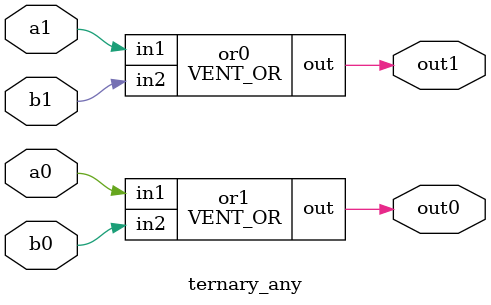
<source format=v>
module VENT_NOT(in, out);
	input in;
	output out;

	supply1 vdd;
	supply0 gnd;

	pmos p1(out, vdd, in);
	nmos n1(out, gnd, in);
endmodule

module VENT_NAND(in1, in2, out);
	input in1, in2;
	output out;
	wire w;

	supply1 vdd;
	supply0 gnd;

	nmos n1(w, gnd, in2);
	nmos n2(out, w, in1);
	pmos p1(out, vdd, in1);
	pmos p2(out, vdd, in2);
endmodule

module VENT_AND(in1, in2, out);
	input in1, in2;
	output out;
	wire w;

	VENT_NAND nand0(in1, in2, w);
	VENT_NOT not0(w, out);
endmodule

module VENT_NOR(in1, in2, out);
	input in1, in2;
	output out;
	wire w;

	supply1 vdd;
	supply0 gnd;

	nmos n1(out, gnd, in1);
	nmos n2(out, gnd, in2);
	pmos p1(w, vdd, in1);
	pmos p2(out, w, in2);
endmodule

module VENT_OR(in1, in2, out);
	input in1, in2;
	output out;
	wire w;

	VENT_NOR nor0(in1, in2, w);
	VENT_NOT not0(w, out);
endmodule

module ternary_min(a0, a1, b0, b1, out0, out1);
	input a0, a1, b0, b1;
	output out0, out1;
	wire nota1, notb1, notb0, nota0;
	wire an1, an2, an3, an4, an5, an6, an7, an8, an9;
	wire w1;

	VENT_AND and0(a1, b1, out1);

	VENT_NOT not0(a0, nota0);
	VENT_NOT not1(a1, nota1);
	VENT_NOT not2(b0, notb0);
	VENT_NOT not3(b1, notb1);

	VENT_AND and1(nota1, a0, an1);
	VENT_AND and2(notb1, an1, an2);
	VENT_AND and3(b0, an2, an3);

	VENT_AND and4(nota1, a0, an4);
	VENT_AND and5(b1, an4, an5);
	VENT_AND and6(notb0, an5, an6);

	VENT_AND and7(a1, nota0, an7);
	VENT_AND and8(notb1, an7, an8);
	VENT_AND and9(b0, an8, an9);

	VENT_OR or0(an3, an6, w1);
	VENT_OR or1(w1, an9, out0);
endmodule

module ternary_consensus(a0, a1, b0, b1, out0, out1);
	input a0, a1, b0, b1;
	output out0, out1;
	wire nota1, notb1;
	wire o1, o2, o3, o4, o5, o6;
	wire w1;

	VENT_AND and0(a1, b1, out1);

	VENT_NOT not0(a1, nota1);
	VENT_NOT not1(b1, notb1);

	VENT_OR or1(a1, a0, o1);
	VENT_OR or2(o1, b1, o2);
	VENT_OR or3(o2, b0, o3);

	VENT_OR or4(nota1, a0, o4);
	VENT_OR or5(o4, notb1, o5);
	VENT_OR or6(o5, b0, o6);

	VENT_AND and1(o3, o6, out0);
endmodule

module ternary_max(a0, a1, b0, b1, out0, out1);
	input a0, a1, b0, b1;
	output out0, out1;
	wire not_a0, not_a1, not_b0, not_b1;
	wire w1, w2, w3, w4, w5, w6;

	VENT_NOT not0(a0, not_a0);
	VENT_NOT not1(a1, not_a1);
	VENT_NOT not2(b0, not_b0);
	VENT_NOT not3(b1, not_b1);

	VENT_OR or0(a1, b1, out1);

	VENT_AND and0(a1, not_b1, w1);
	VENT_AND and1(not_a1, b1, w2);
	VENT_AND and2(a1, b1, w3);
	VENT_OR or1(w1, w2, w4);
	VENT_OR or2(w3, w4, out0);

endmodule


module ternary_any(a0, a1, b0, b1, out0, out1);
	input a0, a1, b0, b1;
	output out0, out1;

	VENT_OR or0(a1, b1, out1);
	VENT_OR or1(a0, b0, out0);
endmodule

</source>
